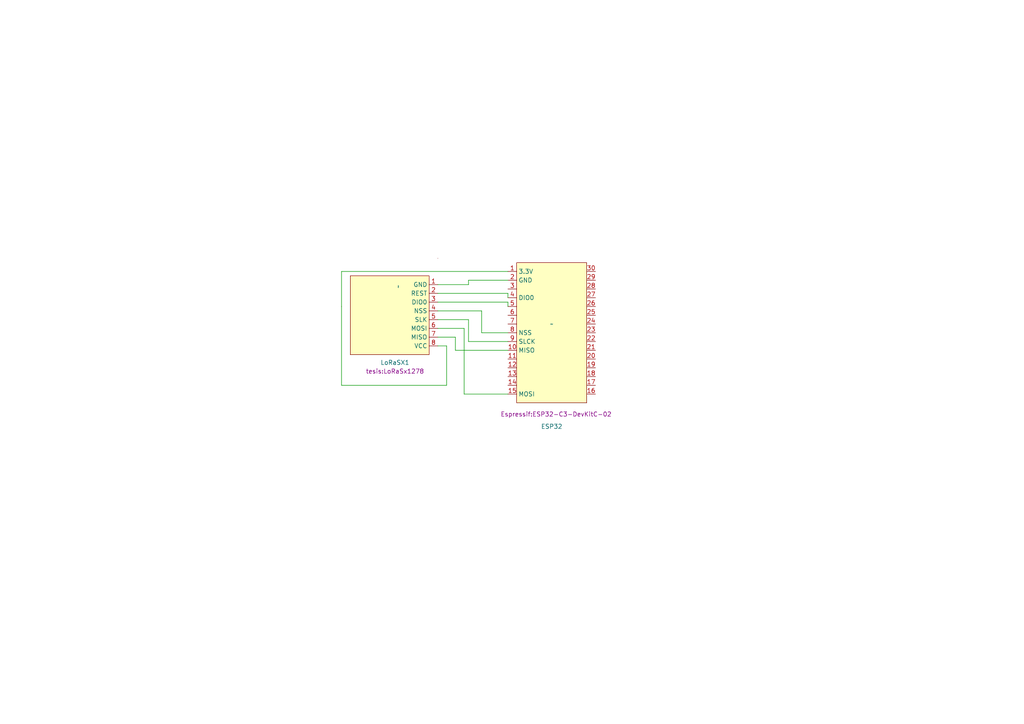
<source format=kicad_sch>
(kicad_sch (version 20230121) (generator eeschema)
  (paper "A4")
  (lib_symbols
    (symbol "tesis:LoRa_SX1278"
      (property "Reference" "LoRaSX1" (at -2.286 -12.446 0))
      (property "Value" "~" (at -1.3465 9.6105 90))
      (property "Footprint" "tesis:LoRaSx1278" (at -2.286 -14.986 0))
      (symbol "LoRa_SX1278_0_1"
        (rectangle (start -17.78 3.81) (end -17.78 3.81))
        (rectangle (start 10.16 17.78) (end 10.16 17.78))
      )
      (symbol "LoRa_SX1278_1_1"
        (rectangle (start -15.24 12.7) (end 7.62 -10.16) (fill (type background)))
        (pin input line (at 10.16 10.16 180) (length 2.54) (name "GND") (number "1"))
        (pin input line (at 10.16 7.62 180) (length 2.54) (name "REST") (number "2"))
        (pin input line (at 10.16 5.08 180) (length 2.54) (name "DIO0") (number "3"))
        (pin input line (at 10.16 2.54 180) (length 2.54) (name "NSS") (number "4"))
        (pin input line (at 10.16 0 180) (length 2.54) (name "SLK") (number "5"))
        (pin input line (at 10.16 -2.54 180) (length 2.54) (name "MOSI") (number "6"))
        (pin input line (at 10.16 -5.08 180) (length 2.54) (name "MISO") (number "7"))
        (pin input line (at 10.16 -7.62 180) (length 2.54) (name "VCC") (number "8"))
      )
    )
    (symbol "tesis:esp32"
      (property "Reference" "ESP32" (at -0.1219 18.7964 0))
      (property "Value" "~" (at 0 0 0))
      (symbol "esp32_1_1"
        (rectangle (start -10.16 17.78) (end 10.16 -22.86) (fill (type background)))
        (pin input line (at -12.7 15.24 0) (length 2.54) (name "3.3V") (number "1"))
        (pin input line (at -12.7 -7.62 0) (length 2.54) (name "MISO") (number "10"))
        (pin input line (at -12.7 -10.16 0) (length 2.54) (name "") (number "11"))
        (pin input line (at -12.7 -12.7 0) (length 2.54) (name "") (number "12"))
        (pin input line (at -12.7 -15.24 0) (length 2.54) (name "") (number "13"))
        (pin input line (at -12.7 -17.78 0) (length 2.54) (name "") (number "14"))
        (pin input line (at -12.7 -20.32 0) (length 2.54) (name "MOSI") (number "15"))
        (pin input line (at 12.7 -20.32 180) (length 2.54) (name "") (number "16"))
        (pin input line (at 12.7 -17.78 180) (length 2.54) (name "") (number "17"))
        (pin input line (at 12.7 -15.24 180) (length 2.54) (name "") (number "18"))
        (pin input line (at 12.7 -12.7 180) (length 2.54) (name "") (number "19"))
        (pin input line (at -12.7 12.7 0) (length 2.54) (name "GND") (number "2"))
        (pin input line (at 12.7 -10.16 180) (length 2.54) (name "") (number "20"))
        (pin input line (at 12.7 -7.62 180) (length 2.54) (name "") (number "21"))
        (pin input line (at 12.7 -5.08 180) (length 2.54) (name "") (number "22"))
        (pin input line (at 12.7 -2.54 180) (length 2.54) (name "") (number "23"))
        (pin input line (at 12.7 0 180) (length 2.54) (name "") (number "24"))
        (pin input line (at 12.7 2.54 180) (length 2.54) (name "") (number "25"))
        (pin input line (at 12.7 5.08 180) (length 2.54) (name "") (number "26"))
        (pin input line (at 12.7 7.62 180) (length 2.54) (name "") (number "27"))
        (pin input line (at 12.7 10.16 180) (length 2.54) (name "") (number "28"))
        (pin input line (at 12.7 12.7 180) (length 2.54) (name "") (number "29"))
        (pin input line (at -12.7 10.16 0) (length 2.54) (name "") (number "3"))
        (pin input line (at 12.7 15.24 180) (length 2.54) (name "") (number "30"))
        (pin input line (at -12.7 7.62 0) (length 2.54) (name "DIO0") (number "4"))
        (pin input line (at -12.7 5.08 0) (length 2.54) (name "") (number "5"))
        (pin input line (at -12.7 2.54 0) (length 2.54) (name "") (number "6"))
        (pin input line (at -12.7 0 0) (length 2.54) (name "") (number "7"))
        (pin input line (at -12.7 -2.54 0) (length 2.54) (name "NSS") (number "8"))
        (pin input line (at -12.7 -5.08 0) (length 2.54) (name "SLCK") (number "9"))
      )
    )
  )
  (wire (pts (xy 147.32 87.63) (xy 147.32 88.9)))
  (wire (pts (xy 127 82.55) (xy 135.89 82.55)))
  (wire (pts (xy 127 90.17) (xy 139.7 90.17)))
  (wire (pts (xy 135.89 82.55) (xy 135.89 81.28)))
  (wire (pts (xy 129.54 100.33) (xy 129.54 111.76)))
  (wire (pts (xy 99.06 111.76) (xy 99.06 78.74)))
  (wire (pts (xy 139.7 96.52) (xy 147.32 96.52)))
  (wire (pts (xy 134.62 114.3) (xy 147.32 114.3)))
  (wire (pts (xy 147.32 85.09) (xy 147.32 86.36)))
  (wire (pts (xy 127 97.79) (xy 132.08 97.79)))
  (wire (pts (xy 135.89 99.06) (xy 147.32 99.06)))
  (wire (pts (xy 127 95.25) (xy 134.62 95.25)))
  (wire (pts (xy 132.08 101.6) (xy 147.32 101.6)))
  (wire (pts (xy 135.89 81.28) (xy 147.32 81.28)))
  (wire (pts (xy 139.7 90.17) (xy 139.7 96.52)))
  (wire (pts (xy 127 92.71) (xy 135.89 92.71)))
  (wire (pts (xy 132.08 97.79) (xy 132.08 101.6)))
  (wire (pts (xy 127 85.09) (xy 147.32 85.09)))
  (wire (pts (xy 99.06 78.74) (xy 147.32 78.74)))
  (wire (pts (xy 134.62 95.25) (xy 134.62 114.3)))
  (wire (pts (xy 127 100.33) (xy 129.54 100.33)))
  (wire (pts (xy 135.89 92.71) (xy 135.89 99.06)))
  (wire (pts (xy 147.32 87.63) (xy 127 87.63)))
  (wire (pts (xy 129.54 111.76) (xy 99.06 111.76)))
  (symbol (lib_id "tesis:LoRa_SX1278") (at 116.84 92.71 0) (unit 1)
    (property "Reference" "LoRaSX1" (at 114.554 105.156 0))
    (property "Value" "~" (at 115.4935 83.0995 90))
    (property "Footprint" "tesis:LoRaSx1278" (at 114.554 107.696 0))
  )
  (symbol (lib_id "tesis:esp32") (at 160.02 93.98 0) (unit 1)
    (property "Reference" "ESP32" (at 160.02 123.698 0))
    (property "Value" "~" (at 160.02 93.98 0))
    (property "Footprint" "Espressif:ESP32-C3-DevKitC-02" (at 161.29 120.142 0))
  )
)
</source>
